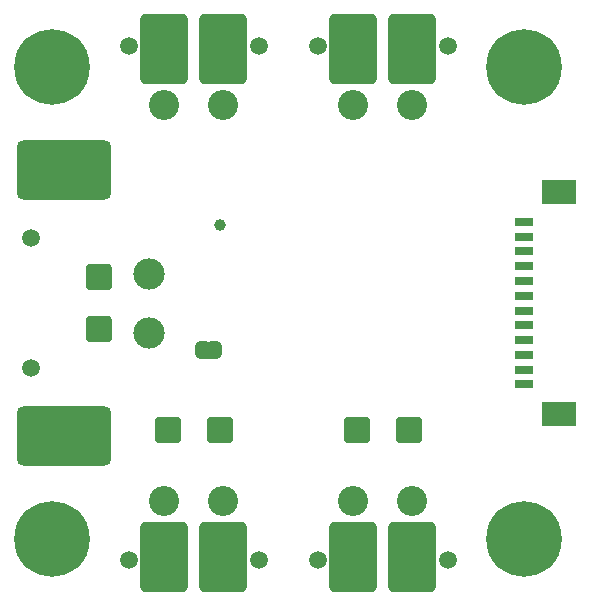
<source format=gbr>
%TF.GenerationSoftware,KiCad,Pcbnew,9.0.2*%
%TF.CreationDate,2025-07-12T23:13:17+01:00*%
%TF.ProjectId,PDB_AURA,5044425f-4155-4524-912e-6b696361645f,rev?*%
%TF.SameCoordinates,Original*%
%TF.FileFunction,Soldermask,Bot*%
%TF.FilePolarity,Negative*%
%FSLAX46Y46*%
G04 Gerber Fmt 4.6, Leading zero omitted, Abs format (unit mm)*
G04 Created by KiCad (PCBNEW 9.0.2) date 2025-07-12 23:13:17*
%MOMM*%
%LPD*%
G01*
G04 APERTURE LIST*
G04 Aperture macros list*
%AMRoundRect*
0 Rectangle with rounded corners*
0 $1 Rounding radius*
0 $2 $3 $4 $5 $6 $7 $8 $9 X,Y pos of 4 corners*
0 Add a 4 corners polygon primitive as box body*
4,1,4,$2,$3,$4,$5,$6,$7,$8,$9,$2,$3,0*
0 Add four circle primitives for the rounded corners*
1,1,$1+$1,$2,$3*
1,1,$1+$1,$4,$5*
1,1,$1+$1,$6,$7*
1,1,$1+$1,$8,$9*
0 Add four rect primitives between the rounded corners*
20,1,$1+$1,$2,$3,$4,$5,0*
20,1,$1+$1,$4,$5,$6,$7,0*
20,1,$1+$1,$6,$7,$8,$9,0*
20,1,$1+$1,$8,$9,$2,$3,0*%
%AMFreePoly0*
4,1,23,0.500000,-0.750000,0.000000,-0.750000,0.000000,-0.745722,-0.065263,-0.745722,-0.191342,-0.711940,-0.304381,-0.646677,-0.396677,-0.554381,-0.461940,-0.441342,-0.495722,-0.315263,-0.495722,-0.250000,-0.500000,-0.250000,-0.500000,0.250000,-0.495722,0.250000,-0.495722,0.315263,-0.461940,0.441342,-0.396677,0.554381,-0.304381,0.646677,-0.191342,0.711940,-0.065263,0.745722,0.000000,0.745722,
0.000000,0.750000,0.500000,0.750000,0.500000,-0.750000,0.500000,-0.750000,$1*%
%AMFreePoly1*
4,1,23,0.000000,0.745722,0.065263,0.745722,0.191342,0.711940,0.304381,0.646677,0.396677,0.554381,0.461940,0.441342,0.495722,0.315263,0.495722,0.250000,0.500000,0.250000,0.500000,-0.250000,0.495722,-0.250000,0.495722,-0.315263,0.461940,-0.441342,0.396677,-0.554381,0.304381,-0.646677,0.191342,-0.711940,0.065263,-0.745722,0.000000,-0.745722,0.000000,-0.750000,-0.500000,-0.750000,
-0.500000,0.750000,0.000000,0.750000,0.000000,0.745722,0.000000,0.745722,$1*%
G04 Aperture macros list end*
%ADD10C,2.550000*%
%ADD11C,1.500000*%
%ADD12RoundRect,0.500000X-3.500000X-2.000000X3.500000X-2.000000X3.500000X2.000000X-3.500000X2.000000X0*%
%ADD13C,0.800000*%
%ADD14C,6.400000*%
%ADD15C,2.650000*%
%ADD16RoundRect,0.250000X-0.850000X0.825000X-0.850000X-0.825000X0.850000X-0.825000X0.850000X0.825000X0*%
%ADD17RoundRect,0.400000X1.600000X-2.600000X1.600000X2.600000X-1.600000X2.600000X-1.600000X-2.600000X0*%
%ADD18RoundRect,0.400000X-1.600000X2.600000X-1.600000X-2.600000X1.600000X-2.600000X1.600000X2.600000X0*%
%ADD19FreePoly0,0.000000*%
%ADD20FreePoly1,0.000000*%
%ADD21RoundRect,0.250000X0.825000X0.850000X-0.825000X0.850000X-0.825000X-0.850000X0.825000X-0.850000X0*%
%ADD22R,1.600000X0.800000*%
%ADD23R,3.000000X2.100000*%
%ADD24C,1.000000*%
G04 APERTURE END LIST*
%TO.C,JP100*%
G36*
X68100000Y-79750000D02*
G01*
X68400000Y-79750000D01*
X68400000Y-78250000D01*
X68100000Y-78250000D01*
X68100000Y-79750000D01*
G37*
%TD*%
D10*
%TO.C,J300*%
X64500000Y-58250000D03*
X69500000Y-58250000D03*
D11*
X61500000Y-53250000D03*
X72500000Y-53250000D03*
%TD*%
D12*
%TO.C,J102*%
X56000000Y-63750000D03*
%TD*%
D13*
%TO.C,H102*%
X92600000Y-55000000D03*
X93302944Y-53302944D03*
X93302944Y-56697056D03*
X95000000Y-52600000D03*
D14*
X95000000Y-55000000D03*
D13*
X95000000Y-57400000D03*
X96697056Y-53302944D03*
X96697056Y-56697056D03*
X97400000Y-55000000D03*
%TD*%
D15*
%TO.C,J100*%
X63250000Y-77500000D03*
X63250000Y-72500000D03*
D11*
X53250000Y-69500000D03*
X53250000Y-80500000D03*
%TD*%
D10*
%TO.C,J303*%
X69500000Y-91750000D03*
X64500000Y-91750000D03*
D11*
X72500000Y-96750000D03*
X61500000Y-96750000D03*
%TD*%
D13*
%TO.C,H101*%
X52600000Y-55000000D03*
X53302944Y-53302944D03*
X53302944Y-56697056D03*
X55000000Y-52600000D03*
D14*
X55000000Y-55000000D03*
D13*
X55000000Y-57400000D03*
X56697056Y-53302944D03*
X56697056Y-56697056D03*
X57400000Y-55000000D03*
%TD*%
%TO.C,H100*%
X92600000Y-95000000D03*
X93302944Y-93302944D03*
X93302944Y-96697056D03*
X95000000Y-92600000D03*
D14*
X95000000Y-95000000D03*
D13*
X95000000Y-97400000D03*
X96697056Y-93302944D03*
X96697056Y-96697056D03*
X97400000Y-95000000D03*
%TD*%
%TO.C,H103*%
X52600000Y-95000000D03*
X53302944Y-93302944D03*
X53302944Y-96697056D03*
X55000000Y-92600000D03*
D14*
X55000000Y-95000000D03*
D13*
X55000000Y-97400000D03*
X56697056Y-93302944D03*
X56697056Y-96697056D03*
X57400000Y-95000000D03*
%TD*%
D10*
%TO.C,J304*%
X85500000Y-91750000D03*
X80500000Y-91750000D03*
D11*
X88500000Y-96750000D03*
X77500000Y-96750000D03*
%TD*%
D12*
%TO.C,J101*%
X56000000Y-86250000D03*
%TD*%
D10*
%TO.C,J301*%
X80500000Y-58250000D03*
X85500000Y-58250000D03*
D11*
X77500000Y-53250000D03*
X88500000Y-53250000D03*
%TD*%
D16*
%TO.C,D304*%
X64800000Y-85750000D03*
X69200000Y-85750000D03*
%TD*%
D17*
%TO.C,J312*%
X69500000Y-96500000D03*
%TD*%
D18*
%TO.C,J307*%
X80500000Y-53500000D03*
%TD*%
D17*
%TO.C,J306*%
X69500000Y-53500000D03*
%TD*%
D19*
%TO.C,JP100*%
X67600000Y-79000000D03*
D20*
X68900000Y-79000000D03*
%TD*%
D16*
%TO.C,D305*%
X80850000Y-85750000D03*
X85250000Y-85750000D03*
%TD*%
D18*
%TO.C,J308*%
X85500000Y-53500000D03*
%TD*%
D17*
%TO.C,J309*%
X80500000Y-96500000D03*
%TD*%
D21*
%TO.C,D101*%
X59000000Y-72800000D03*
X59000000Y-77200000D03*
%TD*%
D17*
%TO.C,J310*%
X85500000Y-96500000D03*
%TD*%
D22*
%TO.C,J302*%
X95008000Y-68125000D03*
X95008000Y-69375000D03*
X95008000Y-70625000D03*
X95008000Y-71875000D03*
X95008000Y-73125000D03*
X95008000Y-74375000D03*
X95008000Y-75625000D03*
X95008000Y-76875000D03*
X95008000Y-78125000D03*
X95008000Y-79375000D03*
X95008000Y-80625000D03*
X95008000Y-81875000D03*
D23*
X97908000Y-65575000D03*
X97908000Y-84425000D03*
%TD*%
D24*
%TO.C,TP201*%
X69250000Y-68350000D03*
%TD*%
D17*
%TO.C,J305*%
X64500000Y-53500000D03*
%TD*%
%TO.C,J311*%
X64500000Y-96500000D03*
%TD*%
M02*

</source>
